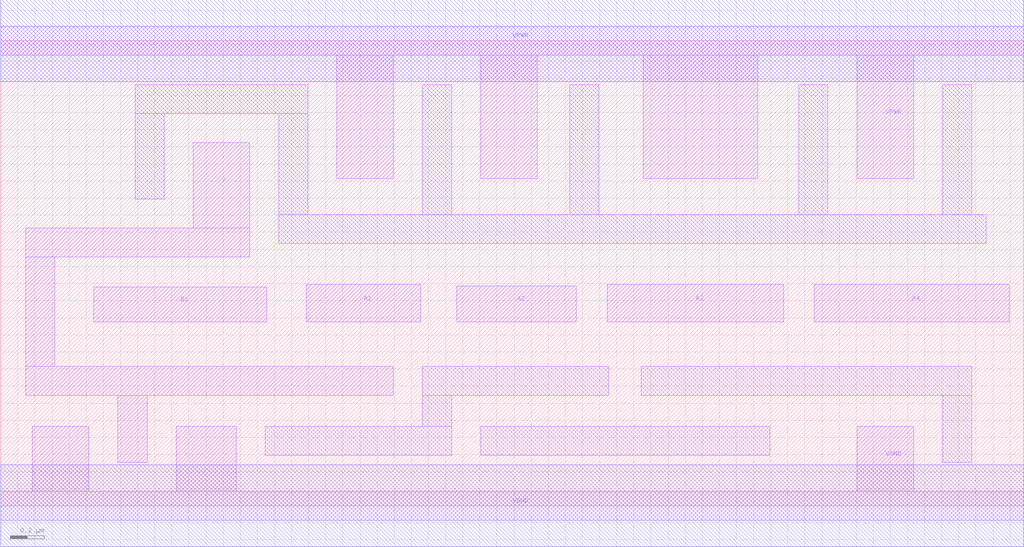
<source format=lef>
# Copyright 2020 The SkyWater PDK Authors
#
# Licensed under the Apache License, Version 2.0 (the "License");
# you may not use this file except in compliance with the License.
# You may obtain a copy of the License at
#
#     https://www.apache.org/licenses/LICENSE-2.0
#
# Unless required by applicable law or agreed to in writing, software
# distributed under the License is distributed on an "AS IS" BASIS,
# WITHOUT WARRANTIES OR CONDITIONS OF ANY KIND, either express or implied.
# See the License for the specific language governing permissions and
# limitations under the License.
#
# SPDX-License-Identifier: Apache-2.0

VERSION 5.5 ;
NAMESCASESENSITIVE ON ;
BUSBITCHARS "[]" ;
DIVIDERCHAR "/" ;
MACRO sky130_fd_sc_hd__a41oi_2
  CLASS CORE ;
  SOURCE USER ;
  ORIGIN  0.000000  0.000000 ;
  SIZE  5.980000 BY  2.720000 ;
  SYMMETRY X Y R90 ;
  SITE unithd ;
  PIN A1
    ANTENNAGATEAREA  0.495000 ;
    DIRECTION INPUT ;
    USE SIGNAL ;
    PORT
      LAYER li1 ;
        RECT 1.785000 1.075000 2.455000 1.295000 ;
    END
  END A1
  PIN A2
    ANTENNAGATEAREA  0.495000 ;
    DIRECTION INPUT ;
    USE SIGNAL ;
    PORT
      LAYER li1 ;
        RECT 2.665000 1.075000 3.365000 1.285000 ;
    END
  END A2
  PIN A3
    ANTENNAGATEAREA  0.495000 ;
    DIRECTION INPUT ;
    USE SIGNAL ;
    PORT
      LAYER li1 ;
        RECT 3.545000 1.075000 4.575000 1.295000 ;
    END
  END A3
  PIN A4
    ANTENNAGATEAREA  0.495000 ;
    DIRECTION INPUT ;
    USE SIGNAL ;
    PORT
      LAYER li1 ;
        RECT 4.755000 1.075000 5.895000 1.295000 ;
    END
  END A4
  PIN B1
    ANTENNAGATEAREA  0.495000 ;
    DIRECTION INPUT ;
    USE SIGNAL ;
    PORT
      LAYER li1 ;
        RECT 0.545000 1.075000 1.555000 1.280000 ;
    END
  END B1
  PIN Y
    ANTENNADIFFAREA  0.621000 ;
    DIRECTION OUTPUT ;
    USE SIGNAL ;
    PORT
      LAYER li1 ;
        RECT 0.145000 0.645000 2.295000 0.815000 ;
        RECT 0.145000 0.815000 0.315000 1.455000 ;
        RECT 0.145000 1.455000 1.455000 1.625000 ;
        RECT 0.685000 0.255000 0.855000 0.645000 ;
        RECT 1.125000 1.625000 1.455000 2.125000 ;
    END
  END Y
  PIN VGND
    DIRECTION INOUT ;
    SHAPE ABUTMENT ;
    USE GROUND ;
    PORT
      LAYER li1 ;
        RECT 0.000000 -0.085000 5.980000 0.085000 ;
        RECT 0.185000  0.085000 0.515000 0.465000 ;
        RECT 1.025000  0.085000 1.375000 0.465000 ;
        RECT 5.005000  0.085000 5.335000 0.465000 ;
    END
    PORT
      LAYER met1 ;
        RECT 0.000000 -0.240000 5.980000 0.240000 ;
    END
  END VGND
  PIN VPWR
    DIRECTION INOUT ;
    SHAPE ABUTMENT ;
    USE POWER ;
    PORT
      LAYER li1 ;
        RECT 0.000000 2.635000 5.980000 2.805000 ;
        RECT 1.965000 1.915000 2.295000 2.635000 ;
        RECT 2.805000 1.915000 3.135000 2.635000 ;
        RECT 3.755000 1.915000 4.425000 2.635000 ;
        RECT 5.005000 1.915000 5.335000 2.635000 ;
    END
    PORT
      LAYER met1 ;
        RECT 0.000000 2.480000 5.980000 2.960000 ;
    END
  END VPWR
  OBS
    LAYER li1 ;
      RECT 0.785000 1.795000 0.955000 2.295000 ;
      RECT 0.785000 2.295000 1.795000 2.465000 ;
      RECT 1.545000 0.295000 2.635000 0.465000 ;
      RECT 1.625000 1.535000 5.760000 1.705000 ;
      RECT 1.625000 1.705000 1.795000 2.295000 ;
      RECT 2.465000 0.465000 2.635000 0.645000 ;
      RECT 2.465000 0.645000 3.555000 0.815000 ;
      RECT 2.465000 1.705000 2.635000 2.465000 ;
      RECT 2.805000 0.295000 4.495000 0.465000 ;
      RECT 3.325000 1.705000 3.495000 2.465000 ;
      RECT 3.745000 0.645000 5.675000 0.815000 ;
      RECT 4.665000 1.705000 4.835000 2.465000 ;
      RECT 5.505000 0.255000 5.675000 0.645000 ;
      RECT 5.505000 1.705000 5.675000 2.465000 ;
  END
END sky130_fd_sc_hd__a41oi_2
END LIBRARY

</source>
